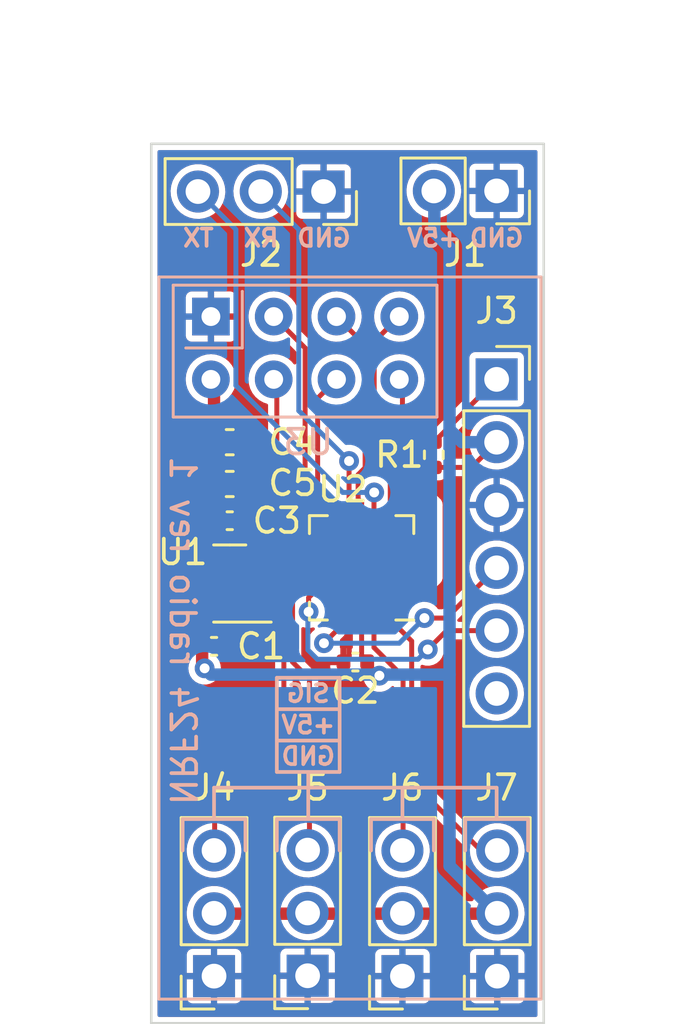
<source format=kicad_pcb>
(kicad_pcb (version 20211014) (generator pcbnew)
  (layers (0 "F.Cu" signal) (31 "B.Cu" signal) (34 "B.Paste" user) (35 "F.Paste" user) (36 "B.SilkS" user "B.Silkscreen") (37 "F.SilkS" user "F.Silkscreen") (38 "B.Mask" user) (39 "F.Mask" user) (44 "Edge.Cuts" user))
  (net 0 "")
  (net 1 "+5V")
  (net 2 "GND")
  (net 3 "+3V0")
  (net 4 "/UART_RX")
  (net 5 "/UART_TX")
  (net 6 "/~{MCLR}")
  (net 7 "/ICSPDAT")
  (net 8 "/ICSPCLK")
  (net 10 "/SERVO_1_SIGNAL")
  (net 11 "/SERVO_2_SIGNAL")
  (net 12 "/SERVO_3_SIGNAL")
  (net 13 "/SERVO_4_SIGNAL")
  (net 14 "/RF_MISO")
  (net 15 "/RF_SCK")
  (net 16 "/RF_MOSI")
  (net 17 "/RF_~{CS}")
  (net 18 "/RF_CE")
  (net 20 "/RF_IRQ")
  (footprint "Connector_PinSocket_2.54mm:PinSocket_1x03_P2.54mm_Vertical" (layer "F.Cu") (at 149.845 110.515 -90)
    (fp_text reference "J2" (at 2.515 2.525 180) (layer "F.SilkS"))
    (fp_text value "Conn_01x03_Male")
    (fp_line (start -1.33 6.41) (end 1.33 6.41) (layer "F.SilkS") (width 0.12))
    (fp_line (start 0 -1.33) (end 1.33 -1.33) (layer "F.SilkS") (width 0.12))
    (fp_line (start -1.33 1.27) (end -1.33 6.41) (layer "F.SilkS") (width 0.12))
    (fp_line (start 1.33 -1.33) (end 1.33 0) (layer "F.SilkS") (width 0.12))
    (fp_line (start -1.33 1.27) (end 1.33 1.27) (layer "F.SilkS") (width 0.12))
    (fp_line (start 1.33 1.27) (end 1.33 6.41) (layer "F.SilkS") (width 0.12))
    (pad "1" thru_hole rect (at 0 0 270) (size 1.7 1.7) (drill 1) (layers *.Cu *.Mask) (net 2 "GND"))
    (pad "2" thru_hole oval (at 0 2.54 270) (size 1.7 1.7) (drill 1) (layers *.Cu *.Mask) (net 4 "/UART_RX"))
    (pad "3" thru_hole oval (at 0 5.08 270) (size 1.7 1.7) (drill 1) (layers *.Cu *.Mask) (net 5 "/UART_TX"))
  )
  (footprint "Connector_PinSocket_2.54mm:PinSocket_1x03_P2.54mm_Vertical" (layer "F.Cu") (at 156.87 142.24 180)
    (fp_text reference "J7" (at 0.025 7.62) (layer "F.SilkS"))
    (fp_text value "Conn_01x03_Male")
    (fp_line (start -1.33 1.27) (end -1.33 6.41) (layer "F.SilkS") (width 0.12))
    (fp_line (start -1.33 6.41) (end 1.33 6.41) (layer "F.SilkS") (width 0.12))
    (fp_line (start 1.33 1.27) (end 1.33 6.41) (layer "F.SilkS") (width 0.12))
    (fp_line (start 0 -1.33) (end 1.33 -1.33) (layer "F.SilkS") (width 0.12))
    (fp_line (start -1.33 1.27) (end 1.33 1.27) (layer "F.SilkS") (width 0.12))
    (fp_line (start 1.33 -1.33) (end 1.33 0) (layer "F.SilkS") (width 0.12))
    (pad "1" thru_hole rect (at 0 0 180) (size 1.7 1.7) (drill 1) (layers *.Cu *.Mask) (net 2 "GND"))
    (pad "2" thru_hole oval (at 0 2.54 180) (size 1.7 1.7) (drill 1) (layers *.Cu *.Mask) (net 1 "+5V"))
    (pad "3" thru_hole oval (at 0 5.08 180) (size 1.7 1.7) (drill 1) (layers *.Cu *.Mask) (net 13 "/SERVO_4_SIGNAL"))
  )
  (footprint "Capacitor_SMD:C_0603_1608Metric" (layer "F.Cu") (at 146.05 120.65)
    (fp_text reference "C4" (at 2.54 0) (layer "F.SilkS"))
    (fp_text value "10uF")
    (fp_line (start -0.14058 -0.51) (end 0.14058 -0.51) (layer "F.SilkS") (width 0.12))
    (fp_line (start -0.14058 0.51) (end 0.14058 0.51) (layer "F.SilkS") (width 0.12))
    (pad "1" smd roundrect (at -0.775 0) (size 0.9 0.95) (layers "F.Cu" "F.Paste" "F.Mask") (net 3 "+3V0"))
    (pad "2" smd roundrect (at 0.775 0) (size 0.9 0.95) (layers "F.Cu" "F.Paste" "F.Mask") (net 2 "GND"))
  )
  (footprint "Connector_PinSocket_2.54mm:PinSocket_1x03_P2.54mm_Vertical" (layer "F.Cu") (at 145.415 142.24 180)
    (fp_text reference "J4" (at 0 7.62) (layer "F.SilkS"))
    (fp_text value "Conn_01x03_Male")
    (fp_line (start -1.33 1.27) (end -1.33 6.41) (layer "F.SilkS") (width 0.12))
    (fp_line (start 0 -1.33) (end 1.33 -1.33) (layer "F.SilkS") (width 0.12))
    (fp_line (start 1.33 1.27) (end 1.33 6.41) (layer "F.SilkS") (width 0.12))
    (fp_line (start -1.33 6.41) (end 1.33 6.41) (layer "F.SilkS") (width 0.12))
    (fp_line (start -1.33 1.27) (end 1.33 1.27) (layer "F.SilkS") (width 0.12))
    (fp_line (start 1.33 -1.33) (end 1.33 0) (layer "F.SilkS") (width 0.12))
    (pad "1" thru_hole rect (at 0 0 180) (size 1.7 1.7) (drill 1) (layers *.Cu *.Mask) (net 2 "GND"))
    (pad "2" thru_hole oval (at 0 2.54 180) (size 1.7 1.7) (drill 1) (layers *.Cu *.Mask) (net 1 "+5V"))
    (pad "3" thru_hole oval (at 0 5.08 180) (size 1.7 1.7) (drill 1) (layers *.Cu *.Mask) (net 10 "/SERVO_1_SIGNAL"))
  )
  (footprint "Capacitor_SMD:C_0402_1005Metric" (layer "F.Cu") (at 145.415 128.905)
    (fp_text reference "C1" (at 1.905 0) (layer "F.SilkS"))
    (fp_text value "1uF")
    (fp_line (start -0.107836 0.36) (end 0.107836 0.36) (layer "F.SilkS") (width 0.12))
    (fp_line (start -0.107836 -0.36) (end 0.107836 -0.36) (layer "F.SilkS") (width 0.12))
    (pad "1" smd roundrect (at -0.48 0) (size 0.56 0.62) (layers "F.Cu" "F.Paste" "F.Mask") (net 1 "+5V"))
    (pad "2" smd roundrect (at 0.48 0) (size 0.56 0.62) (layers "F.Cu" "F.Paste" "F.Mask") (net 2 "GND"))
  )
  (footprint "Capacitor_SMD:C_0402_1005Metric" (layer "F.Cu") (at 146.05 123.825)
    (fp_text reference "C3" (at 1.905 0) (layer "F.SilkS"))
    (fp_text value "1uF")
    (fp_line (start -0.107836 0.36) (end 0.107836 0.36) (layer "F.SilkS") (width 0.12))
    (fp_line (start -0.107836 -0.36) (end 0.107836 -0.36) (layer "F.SilkS") (width 0.12))
    (pad "1" smd roundrect (at -0.48 0) (size 0.56 0.62) (layers "F.Cu" "F.Paste" "F.Mask") (net 3 "+3V0"))
    (pad "2" smd roundrect (at 0.48 0) (size 0.56 0.62) (layers "F.Cu" "F.Paste" "F.Mask") (net 2 "GND"))
  )
  (footprint "Capacitor_SMD:C_0603_1608Metric" (layer "F.Cu") (at 146.05 122.34)
    (fp_text reference "C5" (at 2.54 -0.039) (layer "F.SilkS"))
    (fp_text value "10uF")
    (fp_line (start -0.14058 0.51) (end 0.14058 0.51) (layer "F.SilkS") (width 0.12))
    (fp_line (start -0.14058 -0.51) (end 0.14058 -0.51) (layer "F.SilkS") (width 0.12))
    (pad "1" smd roundrect (at -0.775 0) (size 0.9 0.95) (layers "F.Cu" "F.Paste" "F.Mask") (net 3 "+3V0"))
    (pad "2" smd roundrect (at 0.775 0) (size 0.9 0.95) (layers "F.Cu" "F.Paste" "F.Mask") (net 2 "GND"))
  )
  (footprint "Capacitor_SMD:C_0402_1005Metric" (layer "F.Cu") (at 151.13 129.54 180)
    (fp_text reference "C2" (at 0 -1.16) (layer "F.SilkS"))
    (fp_text value "100nF")
    (fp_line (start -0.107836 0.36) (end 0.107836 0.36) (layer "F.SilkS") (width 0.12))
    (fp_line (start -0.107836 -0.36) (end 0.107836 -0.36) (layer "F.SilkS") (width 0.12))
    (pad "1" smd roundrect (at -0.48 0 180) (size 0.56 0.62) (layers "F.Cu" "F.Paste" "F.Mask") (net 1 "+5V"))
    (pad "2" smd roundrect (at 0.48 0 180) (size 0.56 0.62) (layers "F.Cu" "F.Paste" "F.Mask") (net 2 "GND"))
  )
  (footprint "Connector_PinSocket_2.54mm:PinSocket_1x02_P2.54mm_Vertical" (layer "F.Cu") (at 156.845 110.49 -90)
    (fp_text reference "J1" (at 2.54 1.27) (layer "F.SilkS"))
    (fp_text value "Conn_01x02_Female")
    (fp_line (start 1.33 1.27) (end 1.33 3.87) (layer "F.SilkS") (width 0.12))
    (fp_line (start 0 -1.33) (end 1.33 -1.33) (layer "F.SilkS") (width 0.12))
    (fp_line (start -1.33 1.27) (end -1.33 3.87) (layer "F.SilkS") (width 0.12))
    (fp_line (start -1.33 1.27) (end 1.33 1.27) (layer "F.SilkS") (width 0.12))
    (fp_line (start 1.33 -1.33) (end 1.33 0) (layer "F.SilkS") (width 0.12))
    (fp_line (start -1.33 3.87) (end 1.33 3.87) (layer "F.SilkS") (width 0.12))
    (pad "1" thru_hole rect (at 0 0 270) (size 1.7 1.7) (drill 1) (layers *.Cu *.Mask) (net 2 "GND"))
    (pad "2" thru_hole oval (at 0 2.54 270) (size 1.7 1.7) (drill 1) (layers *.Cu *.Mask) (net 1 "+5V"))
  )
  (footprint "Connector_PinSocket_2.54mm:PinSocket_1x03_P2.54mm_Vertical" (layer "F.Cu") (at 149.2 142.225 180)
    (fp_text reference "J5" (at 0 7.605) (layer "F.SilkS"))
    (fp_text value "Conn_01x03_Male")
    (fp_line (start 1.33 1.27) (end 1.33 6.41) (layer "F.SilkS") (width 0.12))
    (fp_line (start -1.33 1.27) (end -1.33 6.41) (layer "F.SilkS") (width 0.12))
    (fp_line (start -1.33 1.27) (end 1.33 1.27) (layer "F.SilkS") (width 0.12))
    (fp_line (start 1.33 -1.33) (end 1.33 0) (layer "F.SilkS") (width 0.12))
    (fp_line (start 0 -1.33) (end 1.33 -1.33) (layer "F.SilkS") (width 0.12))
    (fp_line (start -1.33 6.41) (end 1.33 6.41) (layer "F.SilkS") (width 0.12))
    (pad "1" thru_hole rect (at 0 0 180) (size 1.7 1.7) (drill 1) (layers *.Cu *.Mask) (net 2 "GND"))
    (pad "2" thru_hole oval (at 0 2.54 180) (size 1.7 1.7) (drill 1) (layers *.Cu *.Mask) (net 1 "+5V"))
    (pad "3" thru_hole oval (at 0 5.08 180) (size 1.7 1.7) (drill 1) (layers *.Cu *.Mask) (net 11 "/SERVO_2_SIGNAL"))
  )
  (footprint "Package_DFN_QFN:QFN-20-1EP_4x4mm_P0.5mm_EP2.5x2.5mm" (layer "F.Cu") (at 151.384 125.73 180)
    (fp_text reference "U2" (at 0.762 3.175) (layer "F.SilkS"))
    (fp_text value "PIC16F1829-IML")
    (fp_line (start 1.385 2.11) (end 2.11 2.11) (layer "F.SilkS") (width 0.12))
    (fp_line (start -1.385 -2.11) (end -2.11 -2.11) (layer "F.SilkS") (width 0.12))
    (fp_line (start 1.385 -2.11) (end 2.11 -2.11) (layer "F.SilkS") (width 0.12))
    (fp_line (start 2.11 2.11) (end 2.11 1.385) (layer "F.SilkS") (width 0.12))
    (fp_line (start -1.385 2.11) (end -2.11 2.11) (layer "F.SilkS") (width 0.12))
    (fp_line (start 2.11 -2.11) (end 2.11 -1.385) (layer "F.SilkS") (width 0.12))
    (fp_line (start -2.11 2.11) (end -2.11 1.385) (layer "F.SilkS") (width 0.12))
    (pad "1" smd roundrect (at -1.9375 -1 180) (size 0.825 0.25) (layers "F.Cu" "F.Paste" "F.Mask") (net 6 "/~{MCLR}"))
    (pad "2" smd roundrect (at -1.9375 -0.5 180) (size 0.825 0.25) (layers "F.Cu" "F.Paste" "F.Mask"))
    (pad "3" smd roundrect (at -1.9375 0 180) (size 0.825 0.25) (layers "F.Cu" "F.Paste" "F.Mask"))
    (pad "4" smd roundrect (at -1.9375 0.5 180) (size 0.825 0.25) (layers "F.Cu" "F.Paste" "F.Mask"))
    (pad "5" smd roundrect (at -1.9375 1 180) (size 0.825 0.25) (layers "F.Cu" "F.Paste" "F.Mask") (net 20 "/RF_IRQ"))
    (pad "6" smd roundrect (at -1 1.9375 180) (size 0.25 0.825) (layers "F.Cu" "F.Paste" "F.Mask") (net 14 "/RF_MISO"))
    (pad "7" smd roundrect (at -0.5 1.9375 180) (size 0.25 0.825) (layers "F.Cu" "F.Paste" "F.Mask") (net 5 "/UART_TX"))
    (pad "8" smd roundrect (at 0 1.9375 180) (size 0.25 0.825) (layers "F.Cu" "F.Paste" "F.Mask") (net 15 "/RF_SCK"))
    (pad "9" smd roundrect (at 0.5 1.9375 180) (size 0.25 0.825) (layers "F.Cu" "F.Paste" "F.Mask") (net 4 "/UART_RX"))
    (pad "10" smd roundrect (at 1 1.9375 180) (size 0.25 0.825) (layers "F.Cu" "F.Paste" "F.Mask") (net 16 "/RF_MOSI"))
    (pad "11" smd roundrect (at 1.9375 1 180) (size 0.825 0.25) (layers "F.Cu" "F.Paste" "F.Mask") (net 18 "/RF_CE"))
    (pad "12" smd roundrect (at 1.9375 0.5 180) (size 0.825 0.25) (layers "F.Cu" "F.Paste" "F.Mask") (net 17 "/RF_~{CS}"))
    (pad "13" smd roundrect (at 1.9375 0 180) (size 0.825 0.25) (layers "F.Cu" "F.Paste" "F.Mask") (net 10 "/SERVO_1_SIGNAL"))
    (pad "14" smd roundrect (at 1.9375 -0.5 180) (size 0.825 0.25) (layers "F.Cu" "F.Paste" "F.Mask") (net 11 "/SERVO_2_SIGNAL"))
    (pad "15" smd roundrect (at 1.9375 -1 180) (size 0.825 0.25) (layers "F.Cu" "F.Paste" "F.Mask") (net 8 "/ICSPCLK"))
    (pad "16" smd roundrect (at 1 -1.9375 180) (size 0.25 0.825) (layers "F.Cu" "F.Paste" "F.Mask") (net 7 "/ICSPDAT"))
    (pad "17" smd roundrect (at 0.5 -1.9375 180) (size 0.25 0.825) (layers "F.Cu" "F.Paste" "F.Mask") (net 2 "GND"))
    (pad "18" smd roundrect (at 0 -1.9375 180) (size 0.25 0.825) (layers "F.Cu" "F.Paste" "F.Mask") (net 1 "+5V"))
    (pad "19" smd roundrect (at -0.5 -1.9375 180) (size 0.25 0.825) (layers "F.Cu" "F.Paste" "F.Mask") (net 12 "/SERVO_3_SIGNAL"))
    (pad "20" smd roundrect (at -1 -1.9375 180) (size 0.25 0.825) (layers "F.Cu" "F.Paste" "F.Mask") (net 13 "/SERVO_4_SIGNAL"))
    (pad "21" smd rect (at 0 0 180) (size 2.5 2.5) (layers "F.Cu" "F.Mask"))
  )
  (footprint "Connector_PinSocket_2.54mm:PinSocket_1x03_P2.54mm_Vertical" (layer "F.Cu") (at 153.035 142.24 180)
    (fp_text reference "J6" (at 0 7.62) (layer "F.SilkS"))
    (fp_text value "Conn_01x03_Male")
    (fp_line (start -1.33 6.41) (end 1.33 6.41) (layer "F.SilkS") (width 0.12))
    (fp_line (start 1.33 -1.33) (end 1.33 0) (layer "F.SilkS") (width 0.12))
    (fp_line (start 1.33 1.27) (end 1.33 6.41) (layer "F.SilkS") (width 0.12))
    (fp_line (start 0 -1.33) (end 1.33 -1.33) (layer "F.SilkS") (width 0.12))
    (fp_line (start -1.33 1.27) (end 1.33 1.27) (layer "F.SilkS") (width 0.12))
    (fp_line (start -1.33 1.27) (end -1.33 6.41) (layer "F.SilkS") (width 0.12))
    (pad "1" thru_hole rect (at 0 0 180) (size 1.7 1.7) (drill 1) (layers *.Cu *.Mask) (net 2 "GND"))
    (pad "2" thru_hole oval (at 0 2.54 180) (size 1.7 1.7) (drill 1) (layers *.Cu *.Mask) (net 1 "+5V"))
    (pad "3" thru_hole oval (at 0 5.08 180) (size 1.7 1.7) (drill 1) (layers *.Cu *.Mask) (net 12 "/SERVO_3_SIGNAL"))
  )
  (footprint "Package_TO_SOT_SMD:SOT-23" (layer "F.Cu") (at 146.05 126.365 180)
    (fp_text reference "U1" (at 1.905 1.27) (layer "F.SilkS"))
    (fp_text value "MCP1700-3002E_SOT23")
    (fp_line (start 0 1.56) (end 0.65 1.56) (layer "F.SilkS") (width 0.12))
    (fp_line (start 0 1.56) (end -0.65 1.56) (layer "F.SilkS") (width 0.12))
    (fp_line (start 0 -1.56) (end -1.675 -1.56) (layer "F.SilkS") (width 0.12))
    (fp_line (start 0 -1.56) (end 0.65 -1.56) (layer "F.SilkS") (width 0.12))
    (pad "1" smd roundrect (at -0.9375 -0.95 180) (size 1.475 0.6) (layers "F.Cu" "F.Paste" "F.Mask") (net 2 "GND"))
    (pad "2" smd roundrect (at -0.9375 0.95 180) (size 1.475 0.6) (layers "F.Cu" "F.Paste" "F.Mask") (net 3 "+3V0"))
    (pad "3" smd roundrect (at 0.9375 0 180) (size 1.475 0.6) (layers "F.Cu" "F.Paste" "F.Mask") (net 1 "+5V"))
  )
  (footprint "Connector_PinSocket_2.54mm:PinSocket_1x06_P2.54mm_Vertical" (layer "F.Cu") (at 156.845 118.11)
    (fp_text reference "J3" (at 0 -2.77) (layer "F.SilkS"))
    (fp_text value "Conn_PIC_ICSP_ICD")
    (fp_line (start 1.33 1.27) (end 1.33 14.03) (layer "F.SilkS") (width 0.12))
    (fp_line (start -1.33 14.03) (end 1.33 14.03) (layer "F.SilkS") (width 0.12))
    (fp_line (start -1.33 1.27) (end 1.33 1.27) (layer "F.SilkS") (width 0.12))
    (fp_line (start 0 -1.33) (end 1.33 -1.33) (layer "F.SilkS") (width 0.12))
    (fp_line (start 1.33 -1.33) (end 1.33 0) (layer "F.SilkS") (width 0.12))
    (fp_line (start -1.33 1.27) (end -1.33 14.03) (layer "F.SilkS") (width 0.12))
    (pad "1" thru_hole rect (at 0 0) (size 1.7 1.7) (drill 1) (layers *.Cu *.Mask) (net 6 "/~{MCLR}"))
    (pad "2" thru_hole oval (at 0 2.54) (size 1.7 1.7) (drill 1) (layers *.Cu *.Mask) (net 1 "+5V"))
    (pad "3" thru_hole oval (at 0 5.08) (size 1.7 1.7) (drill 1) (layers *.Cu *.Mask) (net 2 "GND"))
    (pad "4" thru_hole oval (at 0 7.62) (size 1.7 1.7) (drill 1) (layers *.Cu *.Mask) (net 7 "/ICSPDAT"))
    (pad "5" thru_hole oval (at 0 10.16) (size 1.7 1.7) (drill 1) (layers *.Cu *.Mask) (net 8 "/ICSPCLK"))
    (pad "6" thru_hole oval (at 0 12.7) (size 1.7 1.7) (drill 1) (layers *.Cu *.Mask))
  )
  (footprint "Resistor_SMD:R_0402_1005Metric" (layer "F.Cu") (at 154.305 121.16 90)
    (fp_text reference "R1" (at 0.002 -1.397 180) (layer "F.SilkS"))
    (fp_text value "10k")
    (fp_line (start -0.153641 -0.38) (end 0.153641 -0.38) (layer "F.SilkS") (width 0.12))
    (fp_line (start -0.153641 0.38) (end 0.153641 0.38) (layer "F.SilkS") (width 0.12))
    (pad "1" smd roundrect (at -0.51 0 90) (size 0.54 0.64) (layers "F.Cu" "F.Paste" "F.Mask") (net 1 "+5V"))
    (pad "2" smd roundrect (at 0.51 0 90) (size 0.54 0.64) (layers "F.Cu" "F.Paste" "F.Mask") (net 6 "/~{MCLR}"))
  )
  (footprint "RF_Module:nRF24L01_Breakout" (layer "B.Cu") (at 145.288 115.57 -90)
    (fp_text reference "U3" (at 5.08 -3.937 180) (layer "B.SilkS") (effects (justify mirror)))
    (fp_text value "NRF24L01_Breakout")
    (fp_line (start -1.27 -9.144) (end -1.27 -9.144) (layer "B.SilkS") (width 0.12))
    (fp_line (start -1.27 1.524) (end 4.064 1.524) (layer "B.SilkS") (width 0.12))
    (fp_line (start 27.6 2.1) (end 27.6 -13.35) (layer "B.SilkS") (width 0.12))
    (fp_line (start -1.6 2.1) (end 27.6 2.1) (layer "B.SilkS") (width 0.12))
    (fp_line (start 4.064 1.524) (end 4.064 -9.144) (layer "B.SilkS") (width 0.12))
    (fp_line (start -1.27 1.524) (end -1.27 1.524) (layer "B.SilkS") (width 0.12))
    (fp_line (start 27.6 -13.35) (end -1.6 -13.35) (layer "B.SilkS") (width 0.12))
    (fp_line (start 1.27 -1.27) (end -1.016 -1.27) (layer "B.SilkS") (width 0.12))
    (fp_line (start -1.016 -1.27) (end -1.016 -1.27) (layer "B.SilkS") (width 0.12))
    (fp_line (start 4.064 -9.144) (end -1.27 -9.144) (layer "B.SilkS") (width 0.12))
    (fp_line (start -1.6 -13.35) (end -1.6 2.1) (layer "B.SilkS") (width 0.12))
    (fp_line (start -1.27 -9.144) (end -1.27 1.524) (layer "B.SilkS") (width 0.12))
    (fp_line (start 1.27 1.016) (end 1.27 -1.27) (layer "B.SilkS") (width 0.12))
    (fp_line (start -1.6 2.1) (end -1.6 2.1) (layer "B.SilkS") (width 0.12))
    (pad "1" thru_hole rect (at 0 0 270) (size 1.524 1.524) (drill 0.762) (layers *.Cu *.Mask) (net 2 "GND"))
    (pad "2" thru_hole circle (at 2.54 0 270) (size 1.524 1.524) (drill 0.762) (layers *.Cu *.Mask) (net 3 "+3V0"))
    (pad "3" thru_hole circle (at 0 -2.54 270) (size 1.524 1.524) (drill 0.762) (layers *.Cu *.Mask) (net 18 "/RF_CE"))
    (pad "4" thru_hole circle (at 2.54 -2.54 270) (size 1.524 1.524) (drill 0.762) (layers *.Cu *.Mask) (net 17 "/RF_~{CS}"))
    (pad "5" thru_hole circle (at 0 -5.08 270) (size 1.524 1.524) (drill 0.762) (layers *.Cu *.Mask) (net 15 "/RF_SCK"))
    (pad "6" thru_hole circle (at 2.54 -5.08 270) (size 1.524 1.524) (drill 0.762) (layers *.Cu *.Mask) (net 16 "/RF_MOSI"))
    (pad "7" thru_hole circle (at 0 -7.62 270) (size 1.524 1.524) (drill 0.762) (layers *.Cu *.Mask) (net 14 "/RF_MISO"))
    (pad "8" thru_hole circle (at 2.54 -7.62 270) (size 1.524 1.524) (drill 0.762) (layers *.Cu *.Mask) (net 20 "/RF_IRQ"))
  )
  (gr_line (start 147.955 130.175) (end 147.955 133.985) (layer "B.SilkS") (width 0.15))
  (gr_line (start 150.495 135.89) (end 150.495 137.16) (layer "B.SilkS") (width 0.15))
  (gr_line (start 147.955 135.89) (end 150.495 135.89) (layer "B.SilkS") (width 0.15))
  (gr_line (start 149.225 133.985) (end 149.225 134.62) (layer "B.SilkS") (width 0.15))
  (gr_line (start 158.115 135.89) (end 158.115 137.16) (layer "B.SilkS") (width 0.15))
  (gr_line (start 151.765 135.89) (end 154.305 135.89) (layer "B.SilkS") (width 0.15))
  (gr_line (start 155.575 135.89) (end 158.115 135.89) (layer "B.SilkS") (width 0.15))
  (gr_line (start 147.955 130.175) (end 150.495 130.175) (layer "B.SilkS") (width 0.15))
  (gr_line (start 156.845 134.62) (end 156.845 135.89) (layer "B.SilkS") (width 0.15))
  (gr_line (start 145.415 134.62) (end 156.845 134.62) (layer "B.SilkS") (width 0.15))
  (gr_line (start 144.145 135.89) (end 146.685 135.89) (layer "B.SilkS") (width 0.15))
  (gr_line (start 153.035 135.89) (end 153.035 134.62) (layer "B.SilkS") (width 0.15))
  (gr_line (start 147.955 133.985) (end 150.495 133.985) (layer "B.SilkS") (width 0.15))
  (gr_line (start 146.685 135.89) (end 146.685 137.16) (layer "B.SilkS") (width 0.15))
  (gr_line (start 154.305 135.89) (end 154.305 137.16) (layer "B.SilkS") (width 0.15))
  (gr_line (start 149.225 135.89) (end 149.225 134.62) (layer "B.SilkS") (width 0.15))
  (gr_line (start 150.495 130.175) (end 150.495 133.985) (layer "B.SilkS") (width 0.15))
  (gr_line (start 155.575 135.89) (end 155.575 137.16) (layer "B.SilkS") (width 0.15))
  (gr_line (start 144.145 135.89) (end 144.145 137.16) (layer "B.SilkS") (width 0.15))
  (gr_line (start 147.955 135.89) (end 147.955 137.16) (layer "B.SilkS") (width 0.15))
  (gr_line (start 151.765 135.89) (end 151.765 137.16) (layer "B.SilkS") (width 0.15))
  (gr_line (start 145.415 135.89) (end 145.415 134.62) (layer "B.SilkS") (width 0.15))
  (gr_line (start 147.955 131.445) (end 150.495 131.445) (layer "B.SilkS") (width 0.15))
  (gr_line (start 147.955 132.715) (end 150.495 132.715) (layer "B.SilkS") (width 0.15))
  (gr_line (start 158.75 144.145) (end 158.75 108.585) (layer "Edge.Cuts") (width 0.1))
  (gr_line (start 142.875 144.145) (end 158.75 144.145) (layer "Edge.Cuts") (width 0.1))
  (gr_line (start 142.875 108.585) (end 142.875 144.145) (layer "Edge.Cuts") (width 0.1))
  (gr_line (start 158.75 108.585) (end 142.875 108.585) (layer "Edge.Cuts") (width 0.1))
  (gr_text "GND" (at 156.845 112.395) (layer "B.SilkS") (effects (font (size 0.7 0.7)) (justify mirror)))
  (gr_text "RX" (at 147.32 112.395) (layer "B.SilkS") (effects (font (size 0.7 0.7)) (justify mirror)))
  (gr_text "NRF24 radio rev 1" (at 144.145 128.27 270) (layer "B.SilkS") (effects (font (size 1 1)) (justify mirror)))
  (gr_text "TX" (at 144.78 112.395) (layer "B.SilkS") (effects (font (size 0.7 0.7)) (justify mirror)))
  (gr_text "GND" (at 149.225 133.35) (layer "B.SilkS") (effects (font (size 0.7 0.7)) (justify mirror)))
  (gr_text "+5V" (at 154.305 112.395) (layer "B.SilkS") (effects (font (size 0.7 0.7)) (justify mirror)))
  (gr_text "GND" (at 149.86 112.395) (layer "B.SilkS") (effects (font (size 0.7 0.7)) (justify mirror)))
  (gr_text "SIG" (at 149.225 130.81) (layer "B.SilkS") (effects (font (size 0.7 0.7)) (justify mirror)))
  (gr_text "+5V" (at 149.225 132.08) (layer "B.SilkS") (effects (font (size 0.7 0.7)) (justify mirror)))
  (segment (start 154.305 121.67) (end 155.825 121.67) (width 0.2) (layer "F.Cu") (net 1))
  (segment (start 144.935 129.695) (end 145.034 129.794) (width 0.5) (layer "F.Cu") (net 1))
  (segment (start 145.1125 126.365) (end 145.1125 128.7275) (width 0.5) (layer "F.Cu") (net 1))
  (segment (start 145.1125 128.7275) (end 144.935 128.905) (width 0.5) (layer "F.Cu") (net 1))
  (segment (start 144.935 128.905) (end 144.935 129.695) (width 0.5) (layer "F.Cu") (net 1))
  (segment (start 151.384 129.314) (end 151.61 129.54) (width 0.2) (layer "F.Cu") (net 1))
  (segment (start 156.87 139.715) (end 145.44 139.715) (width 0.5) (layer "F.Cu") (net 1))
  (segment (start 155.825 121.67) (end 156.845 120.65) (width 0.2) (layer "F.Cu") (net 1))
  (segment (start 151.384 127.6675) (end 151.384 129.314) (width 0.2) (layer "F.Cu") (net 1))
  (segment (start 151.61 129.597668) (end 152.103166 130.090834) (width 0.2) (layer "F.Cu") (net 1))
  (segment (start 151.61 129.54) (end 151.61 129.597668) (width 0.2) (layer "F.Cu") (net 1))
  (via (at 145.034 129.794) (size 0.8) (drill 0.4) (layers "F.Cu" "B.Cu") (net 1))
  (via (at 152.103166 130.090834) (size 0.8) (drill 0.4) (layers "F.Cu" "B.Cu") (net 1))
  (segment (start 154.94 130.048) (end 154.94 137.785) (width 0.5) (layer "B.Cu") (net 1))
  (segment (start 145.034 129.794) (end 145.288 130.048) (width 0.5) (layer "B.Cu") (net 1))
  (segment (start 154.325 112.161) (end 154.325 110.49) (width 0.5) (layer "B.Cu") (net 1))
  (segment (start 154.94 112.776) (end 154.325 112.161) (width 0.5) (layer "B.Cu") (net 1))
  (segment (start 154.94 120.142) (end 154.94 112.776) (width 0.5) (layer "B.Cu") (net 1))
  (segment (start 154.94 120.142) (end 155.448 120.65) (width 0.5) (layer "B.Cu") (net 1))
  (segment (start 154.94 137.785) (end 156.87 139.715) (width 0.5) (layer "B.Cu") (net 1))
  (segment (start 155.448 120.65) (end 156.845 120.65) (width 0.5) (layer "B.Cu") (net 1))
  (segment (start 154.94 130.048) (end 154.94 120.142) (width 0.5) (layer "B.Cu") (net 1))
  (segment (start 145.288 130.048) (end 154.94 130.048) (width 0.5) (layer "B.Cu") (net 1))
  (segment (start 146.825 122.34) (end 146.825 123.53) (width 0.5) (layer "F.Cu") (net 2))
  (segment (start 146.825 123.53) (end 146.53 123.825) (width 0.5) (layer "F.Cu") (net 2))
  (segment (start 150.884 129.306) (end 150.65 129.54) (width 0.2) (layer "F.Cu") (net 2))
  (segment (start 150.884 127.6675) (end 150.884 129.306) (width 0.2) (layer "F.Cu") (net 2))
  (segment (start 145.415 123.67) (end 145.57 123.825) (width 0.5) (layer "F.Cu") (net 3))
  (segment (start 145.57 123.9975) (end 146.9875 125.415) (width 0.2) (layer "F.Cu") (net 3))
  (segment (start 145.57 123.825) (end 145.57 123.9975) (width 0.2) (layer "F.Cu") (net 3))
  (segment (start 145.415 118.11) (end 145.415 123.67) (width 0.5) (layer "F.Cu") (net 3))
  (segment (start 150.876 123.56452) (end 150.876 121.412) (width 0.2) (layer "F.Cu") (net 4))
  (segment (start 150.884 123.7925) (end 150.884 123.198) (width 0.2) (layer "F.Cu") (net 4))
  (via (at 150.876 121.412) (size 0.8) (drill 0.4) (layers "F.Cu" "B.Cu") (net 4))
  (segment (start 148.844 119.38) (end 148.844 112.054) (width 0.2) (layer "B.Cu") (net 4))
  (segment (start 148.844 112.054) (end 147.305 110.515) (width 0.2) (layer "B.Cu") (net 4))
  (segment (start 150.876 121.412) (end 148.844 119.38) (width 0.2) (layer "B.Cu") (net 4))
  (segment (start 151.884 123.7925) (end 151.884 122.69) (width 0.2) (layer "F.Cu") (net 5))
  (segment (start 151.884 122.69) (end 151.892 122.682) (width 0.2) (layer "F.Cu") (net 5))
  (via (at 151.892 122.682) (size 0.8) (drill 0.4) (layers "F.Cu" "B.Cu") (net 5))
  (segment (start 150.622 122.682) (end 151.892 122.682) (width 0.2) (layer "B.Cu") (net 5))
  (segment (start 146.299511 118.359511) (end 150.622 122.682) (width 0.2) (layer "B.Cu") (net 5))
  (segment (start 146.299511 112.049511) (end 146.299511 118.359511) (width 0.2) (layer "B.Cu") (net 5))
  (segment (start 144.765 110.515) (end 146.299511 112.049511) (width 0.2) (layer "B.Cu") (net 5))
  (segment (start 153.67 122.555) (end 154.305 123.19) (width 0.2) (layer "F.Cu") (net 6))
  (segment (start 153.675262 126.73) (end 153.3215 126.73) (width 0.2) (layer "F.Cu") (net 6))
  (segment (start 154.305 126.100262) (end 153.675262 126.73) (width 0.2) (layer "F.Cu") (net 6))
  (segment (start 154.305 120.65) (end 153.67 121.285) (width 0.2) (layer "F.Cu") (net 6))
  (segment (start 156.845 118.11) (end 154.305 120.65) (width 0.2) (layer "F.Cu") (net 6))
  (segment (start 153.67 121.285) (end 153.67 122.555) (width 0.2) (layer "F.Cu") (net 6))
  (segment (start 154.305 123.19) (end 154.305 126.100262) (width 0.2) (layer "F.Cu") (net 6))
  (segment (start 150.384 128.254) (end 149.86 128.778) (width 0.2) (layer "F.Cu") (net 7))
  (segment (start 156.845 125.73) (end 154.813 127.762) (width 0.2) (layer "F.Cu") (net 7))
  (segment (start 150.384 127.6675) (end 150.384 128.254) (width 0.2) (layer "F.Cu") (net 7))
  (segment (start 154.813 127.762) (end 153.924 127.762) (width 0.2) (layer "F.Cu") (net 7))
  (via (at 153.924 127.762) (size 0.8) (drill 0.4) (layers "F.Cu" "B.Cu") (net 7))
  (via (at 149.86 128.778) (size 0.8) (drill 0.4) (layers "F.Cu" "B.Cu") (net 7))
  (segment (start 152.908 128.778) (end 153.924 127.762) (width 0.2) (layer "B.Cu") (net 7))
  (segment (start 149.86 128.778) (end 152.908 128.778) (width 0.2) (layer "B.Cu") (net 7))
  (segment (start 149.2395 127.508) (end 149.2395 126.937) (width 0.2) (layer "F.Cu") (net 8))
  (segment (start 154.821019 128.27) (end 156.845 128.27) (width 0.2) (layer "F.Cu") (net 8))
  (segment (start 154.059019 129.032) (end 154.821019 128.27) (width 0.2) (layer "F.Cu") (net 8))
  (segment (start 149.2395 126.937) (end 149.4465 126.73) (width 0.2) (layer "F.Cu") (net 8))
  (via (at 149.2395 127.508) (size 0.8) (drill 0.4) (layers "F.Cu" "B.Cu") (net 8))
  (via (at 154.059019 129.032) (size 0.8) (drill 0.4) (layers "F.Cu" "B.Cu") (net 8))
  (segment (start 154.059019 129.032) (end 153.663508 129.427511) (width 0.2) (layer "B.Cu") (net 8))
  (segment (start 149.210489 129.047037) (end 149.210489 127.537011) (width 0.2) (layer "B.Cu") (net 8))
  (segment (start 153.663508 129.427511) (end 149.590963 129.427511) (width 0.2) (layer "B.Cu") (net 8))
  (segment (start 149.590963 129.427511) (end 149.210489 129.047037) (width 0.2) (layer "B.Cu") (net 8))
  (segment (start 149.210489 127.537011) (end 149.2395 127.508) (width 0.2) (layer "B.Cu") (net 8))
  (segment (start 145.44 137.175) (end 145.44 134.595) (width 0.2) (layer "F.Cu") (net 10))
  (segment (start 145.44 134.595) (end 148.240481 131.794519) (width 0.2) (layer "F.Cu") (net 10))
  (segment (start 148.240481 131.794519) (end 148.240481 126.079519) (width 0.2) (layer "F.Cu") (net 10))
  (segment (start 148.240481 126.079519) (end 148.59 125.73) (width 0.2) (layer "F.Cu") (net 10))
  (segment (start 148.59 125.73) (end 149.4465 125.73) (width 0.2) (layer "F.Cu") (net 10))
  (segment (start 149.275 130.225) (end 148.59 129.54) (width 0.2) (layer "F.Cu") (net 11))
  (segment (start 148.59 126.732738) (end 149.092738 126.23) (width 0.2) (layer "F.Cu") (net 11))
  (segment (start 149.092738 126.23) (end 149.4465 126.23) (width 0.2) (layer "F.Cu") (net 11))
  (segment (start 148.59 129.54) (end 148.59 126.732738) (width 0.2) (layer "F.Cu") (net 11))
  (segment (start 149.275 137.19) (end 149.275 130.225) (width 0.2) (layer "F.Cu") (net 11))
  (segment (start 151.884 127.6675) (end 151.884 128.953136) (width 0.2) (layer "F.Cu") (net 12))
  (segment (start 153.06 130.129136) (end 153.06 137.175) (width 0.2) (layer "F.Cu") (net 12))
  (segment (start 151.884 128.953136) (end 153.06 130.129136) (width 0.2) (layer "F.Cu") (net 12))
  (segment (start 156.225 137.175) (end 156.87 137.175) (width 0.2) (layer "F.Cu") (net 13))
  (segment (start 153.409519 134.359519) (end 156.225 137.175) (width 0.2) (layer "F.Cu") (net 13))
  (segment (start 153.409519 128.693019) (end 153.409519 134.359519) (width 0.2) (layer "F.Cu") (net 13))
  (segment (start 152.384 127.6675) (end 153.409519 128.693019) (width 0.2) (layer "F.Cu") (net 13))
  (segment (start 151.892 116.586) (end 152.908 115.57) (width 0.2) (layer "F.Cu") (net 14))
  (segment (start 152.541511 123.634989) (end 152.541511 120.537511) (width 0.2) (layer "F.Cu") (net 14))
  (segment (start 152.384 123.7925) (end 152.541511 123.634989) (width 0.2) (layer "F.Cu") (net 14))
  (segment (start 151.892 119.888) (end 151.892 116.586) (width 0.2) (layer "F.Cu") (net 14))
  (segment (start 152.541511 120.537511) (end 151.892 119.888) (width 0.2) (layer "F.Cu") (net 14))
  (segment (start 151.525511 116.727511) (end 151.525511 121.681037) (width 0.2) (layer "F.Cu") (net 15))
  (segment (start 150.368 115.57) (end 151.525511 116.727511) (width 0.2) (layer "F.Cu") (net 15))
  (segment (start 151.384 123.7925) (end 151.384 123.092548) (width 0.2) (layer "F.Cu") (net 15))
  (segment (start 151.242489 122.951037) (end 151.242489 121.964059) (width 0.2) (layer "F.Cu") (net 15))
  (segment (start 151.242489 121.964059) (end 151.525511 121.681037) (width 0.2) (layer "F.Cu") (net 15))
  (segment (start 151.384 123.092548) (end 151.242489 122.951037) (width 0.2) (layer "F.Cu") (net 15))
  (segment (start 149.606001 123.014501) (end 150.384 123.7925) (width 0.2) (layer "F.Cu") (net 16))
  (segment (start 150.368 118.11) (end 149.606001 118.871999) (width 0.2) (layer "F.Cu") (net 16))
  (segment (start 149.606001 118.871999) (end 149.606001 123.014501) (width 0.2) (layer "F.Cu") (net 16))
  (segment (start 147.955 124.092262) (end 149.092738 125.23) (width 0.2) (layer "F.Cu") (net 17))
  (segment (start 149.092738 125.23) (end 149.4465 125.23) (width 0.2) (layer "F.Cu") (net 17))
  (segment (start 147.955 118.11) (end 147.955 124.092262) (width 0.2) (layer "F.Cu") (net 17))
  (segment (start 147.828 115.57) (end 149.098 116.84) (width 0.2) (layer "F.Cu") (net 18))
  (segment (start 149.098 116.84) (end 149.098 124.3815) (width 0.2) (layer "F.Cu") (net 18))
  (segment (start 149.098 124.3815) (end 149.4465 124.73) (width 0.2) (layer "F.Cu") (net 18))
  (segment (start 153.035 124.4435) (end 153.035 118.11) (width 0.2) (layer "F.Cu") (net 20))
  (segment (start 153.3215 124.73) (end 153.035 124.4435) (width 0.2) (layer "F.Cu") (net 20))
  (zone (net 2) (net_name "GND") (layer "F.Cu") (connect_pads (clearance 0.254)) (min_thickness 0.127) (fill yes (thermal_gap 0.254) (thermal_bridge_width 0.254))
    (polygon (pts (xy 158.75 144.145) (xy 142.875 144.145) (xy 142.875 108.585) (xy 158.75 108.585)))
  )
  (zone (net 2) (net_name "GND") (layer "B.Cu") (connect_pads (clearance 0.254)) (min_thickness 0.127) (fill yes (thermal_gap 0.254) (thermal_bridge_width 0.254))
    (polygon (pts (xy 158.75 144.145) (xy 142.875 144.145) (xy 142.875 108.585) (xy 158.75 108.585)))
  )
)
</source>
